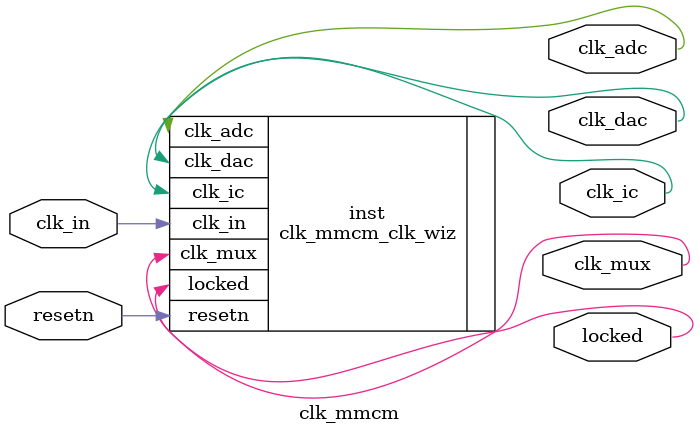
<source format=v>


`timescale 1ps/1ps

(* CORE_GENERATION_INFO = "clk_mmcm,clk_wiz_v5_4_3_0,{component_name=clk_mmcm,use_phase_alignment=true,use_min_o_jitter=false,use_max_i_jitter=false,use_dyn_phase_shift=false,use_inclk_switchover=false,use_dyn_reconfig=false,enable_axi=0,feedback_source=FDBK_AUTO,PRIMITIVE=MMCM,num_out_clk=4,clkin1_period=20.000,clkin2_period=10.000,use_power_down=false,use_reset=true,use_locked=true,use_inclk_stopped=false,feedback_type=SINGLE,CLOCK_MGR_TYPE=NA,manual_override=false}" *)

module clk_mmcm 
 (
  // Clock out ports
  output        clk_dac,
  output        clk_mux,
  output        clk_adc,
  output        clk_ic,
  // Status and control signals
  input         resetn,
  output        locked,
 // Clock in ports
  input         clk_in
 );

  clk_mmcm_clk_wiz inst
  (
  // Clock out ports  
  .clk_dac(clk_dac),
  .clk_mux(clk_mux),
  .clk_adc(clk_adc),
  .clk_ic(clk_ic),
  // Status and control signals               
  .resetn(resetn), 
  .locked(locked),
 // Clock in ports
  .clk_in(clk_in)
  );

endmodule

</source>
